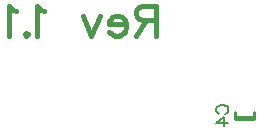
<source format=gbr>
G04 DipTrace 3.0.0.0*
G04 BottomSilk.gbr*
%MOIN*%
G04 #@! TF.FileFunction,Legend,Bot*
G04 #@! TF.Part,Single*
%ADD10C,0.01*%
%ADD103C,0.006176*%
%ADD105C,0.015439*%
%FSLAX26Y26*%
G04*
G70*
G90*
G75*
G01*
G04 BotSilk*
%LPD*%
X3185071Y3753544D2*
D10*
X3248000D1*
X3185071Y3746095D2*
X3248000D1*
X3185071D2*
Y3769654D1*
X3248000Y3746095D2*
Y3769654D1*
X3132075Y3764050D2*
D103*
X3128272Y3765951D1*
X3124425Y3769798D1*
X3122524Y3773601D1*
Y3781250D1*
X3124425Y3785097D1*
X3128272Y3788899D1*
X3132075Y3790845D1*
X3137823Y3792746D1*
X3147418D1*
X3153121Y3790845D1*
X3156968Y3788899D1*
X3160771Y3785097D1*
X3162716Y3781250D1*
Y3773601D1*
X3160771Y3769798D1*
X3156968Y3765951D1*
X3153121Y3764050D1*
X3162716Y3732553D2*
X3122568D1*
X3149319Y3751699D1*
Y3723003D1*
X2920965Y4076070D2*
D105*
X2877965D1*
X2863595Y4080934D1*
X2858731Y4085687D1*
X2853978Y4095193D1*
Y4104810D1*
X2858731Y4114316D1*
X2863595Y4119180D1*
X2877965Y4123933D1*
X2920965D1*
Y4023453D1*
X2887471Y4076070D2*
X2853978Y4023453D1*
X2823099Y4061700D2*
X2765730D1*
Y4071317D1*
X2770483Y4080934D1*
X2775236Y4085687D1*
X2784853Y4090440D1*
X2799223D1*
X2808729Y4085687D1*
X2818346Y4076070D1*
X2823099Y4061700D1*
Y4052193D1*
X2818346Y4037823D1*
X2808729Y4028317D1*
X2799223Y4023453D1*
X2784853D1*
X2775236Y4028317D1*
X2765730Y4037823D1*
X2734851Y4090440D2*
X2706111Y4023453D1*
X2677481Y4090440D1*
X2549401Y4104699D2*
X2539784Y4109563D1*
X2525414Y4123823D1*
Y4023453D1*
X2489782Y4033070D2*
X2494536Y4028206D1*
X2489782Y4023453D1*
X2484919Y4028206D1*
X2489782Y4033070D1*
X2454040Y4104699D2*
X2444423Y4109563D1*
X2430053Y4123823D1*
Y4023453D1*
M02*

</source>
